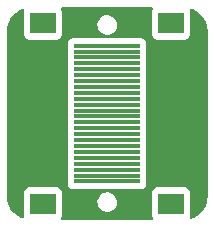
<source format=gbr>
%TF.GenerationSoftware,KiCad,Pcbnew,7.0.2*%
%TF.CreationDate,2023-08-17T13:15:17-07:00*%
%TF.ProjectId,Fpc24Coupler,46706332-3443-46f7-9570-6c65722e6b69,rev?*%
%TF.SameCoordinates,Original*%
%TF.FileFunction,Copper,L1,Top*%
%TF.FilePolarity,Positive*%
%FSLAX46Y46*%
G04 Gerber Fmt 4.6, Leading zero omitted, Abs format (unit mm)*
G04 Created by KiCad (PCBNEW 7.0.2) date 2023-08-17 13:15:17*
%MOMM*%
%LPD*%
G01*
G04 APERTURE LIST*
%TA.AperFunction,SMDPad,CuDef*%
%ADD10R,1.300000X0.300000*%
%TD*%
%TA.AperFunction,SMDPad,CuDef*%
%ADD11R,2.200000X1.800000*%
%TD*%
%TA.AperFunction,Conductor*%
%ADD12C,0.300000*%
%TD*%
G04 APERTURE END LIST*
D10*
%TO.P,J2,1,Pin_1*%
%TO.N,Net-(J1-Pad24)*%
X156650000Y-105750000D03*
%TO.P,J2,2,Pin_2*%
%TO.N,Net-(J1-Pad23)*%
X156650000Y-105250000D03*
%TO.P,J2,3,Pin_3*%
%TO.N,Net-(J1-Pad22)*%
X156650000Y-104750000D03*
%TO.P,J2,4,Pin_4*%
%TO.N,Net-(J1-Pad21)*%
X156650000Y-104250000D03*
%TO.P,J2,5,Pin_5*%
%TO.N,Net-(J1-Pad20)*%
X156650000Y-103750000D03*
%TO.P,J2,6,Pin_6*%
%TO.N,Net-(J1-Pad19)*%
X156650000Y-103250000D03*
%TO.P,J2,7,Pin_7*%
%TO.N,Net-(J1-Pad18)*%
X156650000Y-102750000D03*
%TO.P,J2,8,Pin_8*%
%TO.N,Net-(J1-Pad17)*%
X156650000Y-102250000D03*
%TO.P,J2,9,Pin_9*%
%TO.N,Net-(J1-Pad16)*%
X156650000Y-101750000D03*
%TO.P,J2,10,Pin_10*%
%TO.N,Net-(J1-Pad15)*%
X156650000Y-101250000D03*
%TO.P,J2,11,Pin_11*%
%TO.N,Net-(J1-Pad14)*%
X156650000Y-100750000D03*
%TO.P,J2,12,Pin_12*%
%TO.N,Net-(J1-Pad13)*%
X156650000Y-100250000D03*
%TO.P,J2,13,Pin_13*%
%TO.N,Net-(J1-Pad12)*%
X156650000Y-99750000D03*
%TO.P,J2,14,Pin_14*%
%TO.N,Net-(J1-Pad11)*%
X156650000Y-99250000D03*
%TO.P,J2,15,Pin_15*%
%TO.N,Net-(J1-Pad10)*%
X156650000Y-98750000D03*
%TO.P,J2,16,Pin_16*%
%TO.N,Net-(J1-Pad9)*%
X156650000Y-98250000D03*
%TO.P,J2,17,Pin_17*%
%TO.N,Net-(J1-Pad8)*%
X156650000Y-97750000D03*
%TO.P,J2,18,Pin_18*%
%TO.N,Net-(J1-Pad7)*%
X156650000Y-97250000D03*
%TO.P,J2,19,Pin_19*%
%TO.N,Net-(J1-Pad6)*%
X156650000Y-96750000D03*
%TO.P,J2,20,Pin_20*%
%TO.N,Net-(J1-Pad5)*%
X156650000Y-96250000D03*
%TO.P,J2,21,Pin_21*%
%TO.N,Net-(J1-Pad4)*%
X156650000Y-95750000D03*
%TO.P,J2,22,Pin_22*%
%TO.N,Net-(J1-Pad3)*%
X156650000Y-95250000D03*
%TO.P,J2,23,Pin_23*%
%TO.N,Net-(J1-Pad2)*%
X156650000Y-94750000D03*
%TO.P,J2,24,Pin_24*%
%TO.N,Net-(J1-Pad1)*%
X156650000Y-94250000D03*
D11*
%TO.P,J2,MP*%
%TO.N,N/C*%
X159900000Y-107650000D03*
X159900000Y-92350000D03*
%TD*%
D10*
%TO.P,J1,1,Pin_1*%
%TO.N,Net-(J1-Pad1)*%
X152300000Y-94250000D03*
%TO.P,J1,2,Pin_2*%
%TO.N,Net-(J1-Pad2)*%
X152300000Y-94750000D03*
%TO.P,J1,3,Pin_3*%
%TO.N,Net-(J1-Pad3)*%
X152300000Y-95250000D03*
%TO.P,J1,4,Pin_4*%
%TO.N,Net-(J1-Pad4)*%
X152300000Y-95750000D03*
%TO.P,J1,5,Pin_5*%
%TO.N,Net-(J1-Pad5)*%
X152300000Y-96250000D03*
%TO.P,J1,6,Pin_6*%
%TO.N,Net-(J1-Pad6)*%
X152300000Y-96750000D03*
%TO.P,J1,7,Pin_7*%
%TO.N,Net-(J1-Pad7)*%
X152300000Y-97250000D03*
%TO.P,J1,8,Pin_8*%
%TO.N,Net-(J1-Pad8)*%
X152300000Y-97750000D03*
%TO.P,J1,9,Pin_9*%
%TO.N,Net-(J1-Pad9)*%
X152300000Y-98250000D03*
%TO.P,J1,10,Pin_10*%
%TO.N,Net-(J1-Pad10)*%
X152300000Y-98750000D03*
%TO.P,J1,11,Pin_11*%
%TO.N,Net-(J1-Pad11)*%
X152300000Y-99250000D03*
%TO.P,J1,12,Pin_12*%
%TO.N,Net-(J1-Pad12)*%
X152300000Y-99750000D03*
%TO.P,J1,13,Pin_13*%
%TO.N,Net-(J1-Pad13)*%
X152300000Y-100250000D03*
%TO.P,J1,14,Pin_14*%
%TO.N,Net-(J1-Pad14)*%
X152300000Y-100750000D03*
%TO.P,J1,15,Pin_15*%
%TO.N,Net-(J1-Pad15)*%
X152300000Y-101250000D03*
%TO.P,J1,16,Pin_16*%
%TO.N,Net-(J1-Pad16)*%
X152300000Y-101750000D03*
%TO.P,J1,17,Pin_17*%
%TO.N,Net-(J1-Pad17)*%
X152300000Y-102250000D03*
%TO.P,J1,18,Pin_18*%
%TO.N,Net-(J1-Pad18)*%
X152300000Y-102750000D03*
%TO.P,J1,19,Pin_19*%
%TO.N,Net-(J1-Pad19)*%
X152300000Y-103250000D03*
%TO.P,J1,20,Pin_20*%
%TO.N,Net-(J1-Pad20)*%
X152300000Y-103750000D03*
%TO.P,J1,21,Pin_21*%
%TO.N,Net-(J1-Pad21)*%
X152300000Y-104250000D03*
%TO.P,J1,22,Pin_22*%
%TO.N,Net-(J1-Pad22)*%
X152300000Y-104750000D03*
%TO.P,J1,23,Pin_23*%
%TO.N,Net-(J1-Pad23)*%
X152300000Y-105250000D03*
%TO.P,J1,24,Pin_24*%
%TO.N,Net-(J1-Pad24)*%
X152300000Y-105750000D03*
D11*
%TO.P,J1,MP*%
%TO.N,N/C*%
X149050000Y-107650000D03*
X149050000Y-92350000D03*
%TD*%
D12*
%TO.N,Net-(J1-Pad1)*%
X152800000Y-94250000D02*
X156150000Y-94250000D01*
%TO.N,Net-(J1-Pad2)*%
X156150000Y-94750000D02*
X152800000Y-94750000D01*
%TO.N,Net-(J1-Pad3)*%
X152800000Y-95250000D02*
X156150000Y-95250000D01*
%TO.N,Net-(J1-Pad4)*%
X152800000Y-95750000D02*
X156150000Y-95750000D01*
%TO.N,Net-(J1-Pad5)*%
X156150000Y-96250000D02*
X152800000Y-96250000D01*
%TO.N,Net-(J1-Pad6)*%
X152800000Y-96750000D02*
X156150000Y-96750000D01*
%TO.N,Net-(J1-Pad7)*%
X156150000Y-97250000D02*
X152800000Y-97250000D01*
%TO.N,Net-(J1-Pad8)*%
X152800000Y-97750000D02*
X156150000Y-97750000D01*
%TO.N,Net-(J1-Pad9)*%
X156150000Y-98250000D02*
X152800000Y-98250000D01*
%TO.N,Net-(J1-Pad10)*%
X152800000Y-98750000D02*
X156150000Y-98750000D01*
%TO.N,Net-(J1-Pad11)*%
X156150000Y-99250000D02*
X152800000Y-99250000D01*
%TO.N,Net-(J1-Pad12)*%
X152800000Y-99750000D02*
X156150000Y-99750000D01*
%TO.N,Net-(J1-Pad13)*%
X156150000Y-100250000D02*
X152800000Y-100250000D01*
%TO.N,Net-(J1-Pad14)*%
X152800000Y-100750000D02*
X156150000Y-100750000D01*
%TO.N,Net-(J1-Pad15)*%
X156150000Y-101250000D02*
X152800000Y-101250000D01*
%TO.N,Net-(J1-Pad16)*%
X152800000Y-101750000D02*
X156150000Y-101750000D01*
%TO.N,Net-(J1-Pad17)*%
X156150000Y-102250000D02*
X152800000Y-102250000D01*
%TO.N,Net-(J1-Pad18)*%
X152800000Y-102750000D02*
X156150000Y-102750000D01*
%TO.N,Net-(J1-Pad19)*%
X152800000Y-103250000D02*
X156150000Y-103250000D01*
%TO.N,Net-(J1-Pad20)*%
X156150000Y-103750000D02*
X152800000Y-103750000D01*
%TO.N,Net-(J1-Pad21)*%
X152800000Y-104250000D02*
X156150000Y-104250000D01*
%TO.N,Net-(J1-Pad22)*%
X156150000Y-104750000D02*
X152800000Y-104750000D01*
%TO.N,Net-(J1-Pad23)*%
X152800000Y-105250000D02*
X156150000Y-105250000D01*
%TO.N,Net-(J1-Pad24)*%
X156150000Y-105750000D02*
X152800000Y-105750000D01*
%TD*%
%TA.AperFunction,NonConductor*%
G36*
X158317701Y-91020502D02*
G01*
X158364194Y-91074158D01*
X158374298Y-91144432D01*
X158350448Y-91202010D01*
X158349110Y-91203796D01*
X158325021Y-91268382D01*
X158298011Y-91340799D01*
X158291500Y-91401362D01*
X158291500Y-93298638D01*
X158291860Y-93301986D01*
X158298011Y-93359200D01*
X158349111Y-93496205D01*
X158436738Y-93613261D01*
X158553794Y-93700888D01*
X158553795Y-93700888D01*
X158553796Y-93700889D01*
X158690799Y-93751989D01*
X158751362Y-93758500D01*
X158754731Y-93758500D01*
X161045269Y-93758500D01*
X161048638Y-93758500D01*
X161109201Y-93751989D01*
X161246204Y-93700889D01*
X161363261Y-93613261D01*
X161450889Y-93496204D01*
X161501989Y-93359201D01*
X161508500Y-93298638D01*
X161508500Y-91401362D01*
X161501989Y-91340799D01*
X161476249Y-91271790D01*
X161471185Y-91200977D01*
X161505210Y-91138665D01*
X161567523Y-91104640D01*
X161634801Y-91108446D01*
X161657716Y-91116225D01*
X161661067Y-91117417D01*
X161788725Y-91165031D01*
X161800384Y-91170065D01*
X161905192Y-91221751D01*
X161910600Y-91224418D01*
X161915254Y-91226835D01*
X162032421Y-91290812D01*
X162041994Y-91296608D01*
X162145238Y-91365594D01*
X162150724Y-91369477D01*
X162256668Y-91448786D01*
X162264216Y-91454906D01*
X162357936Y-91537097D01*
X162363953Y-91542733D01*
X162457265Y-91636045D01*
X162462901Y-91642062D01*
X162545092Y-91735782D01*
X162551218Y-91743337D01*
X162605338Y-91815633D01*
X162630519Y-91849271D01*
X162634415Y-91854776D01*
X162703382Y-91957993D01*
X162709196Y-91967595D01*
X162773162Y-92084742D01*
X162775580Y-92089398D01*
X162829925Y-92199597D01*
X162834975Y-92211293D01*
X162882549Y-92338843D01*
X162883794Y-92342342D01*
X162922434Y-92456170D01*
X162926240Y-92469881D01*
X162956847Y-92610580D01*
X162979203Y-92722970D01*
X162981299Y-92738541D01*
X162994017Y-92916351D01*
X162999230Y-92995882D01*
X162999500Y-93004120D01*
X162999500Y-106995878D01*
X162999230Y-107004119D01*
X162994017Y-107083648D01*
X162981300Y-107261448D01*
X162979200Y-107277037D01*
X162956847Y-107389418D01*
X162926238Y-107530127D01*
X162922434Y-107543827D01*
X162883806Y-107657623D01*
X162882549Y-107661155D01*
X162834975Y-107788705D01*
X162829925Y-107800401D01*
X162775580Y-107910600D01*
X162773162Y-107915256D01*
X162709196Y-108032403D01*
X162703373Y-108042021D01*
X162634415Y-108145222D01*
X162630519Y-108150727D01*
X162551230Y-108256646D01*
X162545092Y-108264216D01*
X162462901Y-108357936D01*
X162457265Y-108363953D01*
X162363953Y-108457265D01*
X162357936Y-108462901D01*
X162264216Y-108545092D01*
X162256646Y-108551230D01*
X162150727Y-108630519D01*
X162145222Y-108634415D01*
X162042021Y-108703373D01*
X162032403Y-108709196D01*
X161915256Y-108773162D01*
X161910600Y-108775580D01*
X161800401Y-108829925D01*
X161788705Y-108834975D01*
X161661155Y-108882549D01*
X161657620Y-108883807D01*
X161634805Y-108891551D01*
X161563870Y-108894506D01*
X161502599Y-108858640D01*
X161470444Y-108795343D01*
X161476250Y-108728207D01*
X161501989Y-108659201D01*
X161508500Y-108598638D01*
X161508500Y-106701362D01*
X161501989Y-106640799D01*
X161450889Y-106503796D01*
X161450888Y-106503794D01*
X161363261Y-106386738D01*
X161246205Y-106299111D01*
X161150087Y-106263261D01*
X161109201Y-106248011D01*
X161048638Y-106241500D01*
X158751362Y-106241500D01*
X158748013Y-106241859D01*
X158748013Y-106241860D01*
X158690799Y-106248011D01*
X158553794Y-106299111D01*
X158436738Y-106386738D01*
X158349111Y-106503794D01*
X158298011Y-106640799D01*
X158291500Y-106701362D01*
X158291500Y-108598638D01*
X158298011Y-108659201D01*
X158316001Y-108707433D01*
X158349110Y-108796203D01*
X158350448Y-108797990D01*
X158375259Y-108864510D01*
X158360168Y-108933884D01*
X158309966Y-108984087D01*
X158249580Y-108999500D01*
X150700420Y-108999500D01*
X150632299Y-108979498D01*
X150585806Y-108925842D01*
X150575702Y-108855568D01*
X150599552Y-108797990D01*
X150600889Y-108796204D01*
X150651989Y-108659201D01*
X150658500Y-108598638D01*
X150658500Y-107454990D01*
X153669844Y-107454990D01*
X153679578Y-107634501D01*
X153727672Y-107807721D01*
X153811881Y-107966557D01*
X153928263Y-108103573D01*
X154071382Y-108212369D01*
X154234541Y-108287854D01*
X154410112Y-108326500D01*
X154410113Y-108326500D01*
X154541401Y-108326500D01*
X154544816Y-108326500D01*
X154678721Y-108311937D01*
X154820353Y-108264216D01*
X154849083Y-108254536D01*
X154849085Y-108254535D01*
X155003126Y-108161851D01*
X155133642Y-108038220D01*
X155234529Y-107889423D01*
X155301070Y-107722416D01*
X155330155Y-107545010D01*
X155320422Y-107365499D01*
X155272327Y-107192277D01*
X155188119Y-107033444D01*
X155188118Y-107033442D01*
X155071736Y-106896426D01*
X154928617Y-106787630D01*
X154765458Y-106712145D01*
X154589888Y-106673500D01*
X154589887Y-106673500D01*
X154455184Y-106673500D01*
X154451799Y-106673868D01*
X154451783Y-106673869D01*
X154321279Y-106688062D01*
X154150916Y-106745463D01*
X153996874Y-106838148D01*
X153866356Y-106961781D01*
X153765470Y-107110577D01*
X153698930Y-107277583D01*
X153669844Y-107454990D01*
X150658500Y-107454990D01*
X150658500Y-106701362D01*
X150651989Y-106640799D01*
X150600889Y-106503796D01*
X150600888Y-106503794D01*
X150513261Y-106386738D01*
X150396205Y-106299111D01*
X150300087Y-106263261D01*
X150259201Y-106248011D01*
X150198638Y-106241500D01*
X147901362Y-106241500D01*
X147898013Y-106241859D01*
X147898013Y-106241860D01*
X147840799Y-106248011D01*
X147703794Y-106299111D01*
X147586738Y-106386738D01*
X147499111Y-106503794D01*
X147448011Y-106640799D01*
X147441500Y-106701362D01*
X147441500Y-108598638D01*
X147441860Y-108601986D01*
X147448011Y-108659202D01*
X147466000Y-108707433D01*
X147471064Y-108778249D01*
X147437038Y-108840560D01*
X147374726Y-108874585D01*
X147303911Y-108869520D01*
X147211294Y-108834975D01*
X147199597Y-108829925D01*
X147089398Y-108775580D01*
X147084742Y-108773162D01*
X146967595Y-108709196D01*
X146957993Y-108703382D01*
X146854776Y-108634415D01*
X146849271Y-108630519D01*
X146802182Y-108595269D01*
X146743337Y-108551218D01*
X146735782Y-108545092D01*
X146642062Y-108462901D01*
X146636045Y-108457265D01*
X146542733Y-108363953D01*
X146537097Y-108357936D01*
X146454906Y-108264216D01*
X146448786Y-108256668D01*
X146369477Y-108150724D01*
X146365594Y-108145238D01*
X146296608Y-108041994D01*
X146290812Y-108032421D01*
X146226835Y-107915254D01*
X146224418Y-107910600D01*
X146170065Y-107800384D01*
X146165031Y-107788725D01*
X146117417Y-107661067D01*
X146116232Y-107657737D01*
X146077557Y-107543806D01*
X146073764Y-107530138D01*
X146043161Y-107389462D01*
X146020790Y-107276999D01*
X146018700Y-107261467D01*
X146005988Y-107083743D01*
X146000770Y-107004118D01*
X146000500Y-106995881D01*
X146000500Y-105948638D01*
X151141500Y-105948638D01*
X151141860Y-105951986D01*
X151148011Y-106009200D01*
X151199111Y-106146205D01*
X151286738Y-106263261D01*
X151403794Y-106350888D01*
X151403795Y-106350888D01*
X151403796Y-106350889D01*
X151540799Y-106401989D01*
X151601362Y-106408500D01*
X151604731Y-106408500D01*
X157345269Y-106408500D01*
X157348638Y-106408500D01*
X157409201Y-106401989D01*
X157546204Y-106350889D01*
X157663261Y-106263261D01*
X157750889Y-106146204D01*
X157801989Y-106009201D01*
X157808500Y-105948638D01*
X157808500Y-105551362D01*
X157804426Y-105513465D01*
X157804426Y-105486531D01*
X157808500Y-105448638D01*
X157808500Y-105051362D01*
X157804426Y-105013463D01*
X157804426Y-104986530D01*
X157808140Y-104951986D01*
X157808139Y-104951986D01*
X157808500Y-104948638D01*
X157808500Y-104551362D01*
X157804426Y-104513465D01*
X157804426Y-104486531D01*
X157808500Y-104448638D01*
X157808500Y-104051362D01*
X157804426Y-104013465D01*
X157804426Y-103986531D01*
X157808500Y-103948638D01*
X157808500Y-103551362D01*
X157804426Y-103513465D01*
X157804426Y-103486531D01*
X157808500Y-103448638D01*
X157808500Y-103051362D01*
X157804426Y-103013463D01*
X157804426Y-102986530D01*
X157808140Y-102951986D01*
X157808139Y-102951986D01*
X157808500Y-102948638D01*
X157808500Y-102551362D01*
X157804426Y-102513465D01*
X157804426Y-102486531D01*
X157808500Y-102448638D01*
X157808500Y-102051362D01*
X157804426Y-102013465D01*
X157804426Y-101986531D01*
X157808500Y-101948638D01*
X157808500Y-101551362D01*
X157804426Y-101513465D01*
X157804426Y-101486531D01*
X157808500Y-101448638D01*
X157808500Y-101051362D01*
X157804426Y-101013463D01*
X157804426Y-100986530D01*
X157808140Y-100951986D01*
X157808139Y-100951986D01*
X157808500Y-100948638D01*
X157808500Y-100551362D01*
X157804426Y-100513465D01*
X157804426Y-100486531D01*
X157808500Y-100448638D01*
X157808500Y-100051362D01*
X157804426Y-100013465D01*
X157804426Y-99986531D01*
X157808500Y-99948638D01*
X157808500Y-99551362D01*
X157804426Y-99513465D01*
X157804426Y-99486531D01*
X157808500Y-99448638D01*
X157808500Y-99051362D01*
X157804426Y-99013463D01*
X157804426Y-98986530D01*
X157808140Y-98951986D01*
X157808139Y-98951986D01*
X157808500Y-98948638D01*
X157808500Y-98551362D01*
X157804426Y-98513465D01*
X157804426Y-98486531D01*
X157808500Y-98448638D01*
X157808500Y-98051362D01*
X157804426Y-98013465D01*
X157804426Y-97986531D01*
X157808500Y-97948638D01*
X157808500Y-97551362D01*
X157804426Y-97513465D01*
X157804426Y-97486531D01*
X157808500Y-97448638D01*
X157808500Y-97051362D01*
X157804426Y-97013463D01*
X157804426Y-96986530D01*
X157808140Y-96951986D01*
X157808139Y-96951986D01*
X157808500Y-96948638D01*
X157808500Y-96551362D01*
X157804426Y-96513465D01*
X157804426Y-96486531D01*
X157808500Y-96448638D01*
X157808500Y-96051362D01*
X157804426Y-96013465D01*
X157804426Y-95986531D01*
X157808500Y-95948638D01*
X157808500Y-95551362D01*
X157804426Y-95513465D01*
X157804426Y-95486531D01*
X157808500Y-95448638D01*
X157808500Y-95051362D01*
X157804426Y-95013463D01*
X157804426Y-94986530D01*
X157808140Y-94951986D01*
X157808139Y-94951986D01*
X157808500Y-94948638D01*
X157808500Y-94551362D01*
X157804426Y-94513465D01*
X157804426Y-94486531D01*
X157808500Y-94448638D01*
X157808500Y-94051362D01*
X157801989Y-93990799D01*
X157750889Y-93853796D01*
X157750888Y-93853794D01*
X157663261Y-93736738D01*
X157546205Y-93649111D01*
X157450087Y-93613261D01*
X157409201Y-93598011D01*
X157348638Y-93591500D01*
X156233188Y-93591500D01*
X152998638Y-93591500D01*
X151601362Y-93591500D01*
X151598013Y-93591859D01*
X151598013Y-93591860D01*
X151540799Y-93598011D01*
X151403794Y-93649111D01*
X151286738Y-93736738D01*
X151199111Y-93853794D01*
X151148010Y-93990798D01*
X151148011Y-93990799D01*
X151141500Y-94051362D01*
X151141500Y-94448638D01*
X151141859Y-94451980D01*
X151141860Y-94451994D01*
X151145573Y-94486535D01*
X151145573Y-94513465D01*
X151141860Y-94548005D01*
X151141860Y-94548013D01*
X151141500Y-94551362D01*
X151141500Y-94948638D01*
X151141859Y-94951980D01*
X151141860Y-94951994D01*
X151145573Y-94986534D01*
X151145573Y-95013460D01*
X151141500Y-95051362D01*
X151141500Y-95448638D01*
X151141859Y-95451980D01*
X151141860Y-95451994D01*
X151145573Y-95486535D01*
X151145573Y-95513465D01*
X151141860Y-95548005D01*
X151141860Y-95548013D01*
X151141500Y-95551362D01*
X151141500Y-95948638D01*
X151141859Y-95951980D01*
X151141860Y-95951994D01*
X151145573Y-95986535D01*
X151145573Y-96013465D01*
X151141860Y-96048005D01*
X151141860Y-96048013D01*
X151141500Y-96051362D01*
X151141500Y-96448638D01*
X151141859Y-96451980D01*
X151141860Y-96451994D01*
X151145573Y-96486535D01*
X151145573Y-96513465D01*
X151141860Y-96548005D01*
X151141860Y-96548013D01*
X151141500Y-96551362D01*
X151141500Y-96948638D01*
X151141859Y-96951980D01*
X151141860Y-96951994D01*
X151145573Y-96986534D01*
X151145573Y-97013460D01*
X151141500Y-97051362D01*
X151141500Y-97448638D01*
X151141859Y-97451980D01*
X151141860Y-97451994D01*
X151145573Y-97486535D01*
X151145573Y-97513465D01*
X151141860Y-97548005D01*
X151141860Y-97548013D01*
X151141500Y-97551362D01*
X151141500Y-97948638D01*
X151141859Y-97951980D01*
X151141860Y-97951994D01*
X151145573Y-97986535D01*
X151145573Y-98013465D01*
X151141860Y-98048005D01*
X151141860Y-98048013D01*
X151141500Y-98051362D01*
X151141500Y-98448638D01*
X151141859Y-98451980D01*
X151141860Y-98451994D01*
X151145573Y-98486535D01*
X151145573Y-98513465D01*
X151141860Y-98548005D01*
X151141860Y-98548013D01*
X151141500Y-98551362D01*
X151141500Y-98948638D01*
X151141859Y-98951980D01*
X151141860Y-98951994D01*
X151145573Y-98986534D01*
X151145573Y-99013460D01*
X151141500Y-99051362D01*
X151141500Y-99448638D01*
X151141859Y-99451980D01*
X151141860Y-99451994D01*
X151145573Y-99486535D01*
X151145573Y-99513465D01*
X151141860Y-99548005D01*
X151141860Y-99548013D01*
X151141500Y-99551362D01*
X151141500Y-99948638D01*
X151141859Y-99951980D01*
X151141860Y-99951994D01*
X151145573Y-99986535D01*
X151145573Y-100013465D01*
X151141860Y-100048005D01*
X151141860Y-100048013D01*
X151141500Y-100051362D01*
X151141500Y-100448638D01*
X151141859Y-100451980D01*
X151141860Y-100451994D01*
X151145573Y-100486535D01*
X151145573Y-100513465D01*
X151141860Y-100548005D01*
X151141860Y-100548013D01*
X151141500Y-100551362D01*
X151141500Y-100948638D01*
X151141859Y-100951980D01*
X151141860Y-100951994D01*
X151145573Y-100986534D01*
X151145573Y-101013460D01*
X151141500Y-101051362D01*
X151141500Y-101448638D01*
X151141859Y-101451980D01*
X151141860Y-101451994D01*
X151145573Y-101486535D01*
X151145573Y-101513465D01*
X151141860Y-101548005D01*
X151141860Y-101548013D01*
X151141500Y-101551362D01*
X151141500Y-101948638D01*
X151141859Y-101951980D01*
X151141860Y-101951994D01*
X151145573Y-101986535D01*
X151145573Y-102013465D01*
X151141860Y-102048005D01*
X151141860Y-102048013D01*
X151141500Y-102051362D01*
X151141500Y-102448638D01*
X151141859Y-102451980D01*
X151141860Y-102451994D01*
X151145573Y-102486535D01*
X151145573Y-102513465D01*
X151141860Y-102548005D01*
X151141860Y-102548013D01*
X151141500Y-102551362D01*
X151141500Y-102948638D01*
X151141859Y-102951980D01*
X151141860Y-102951994D01*
X151145573Y-102986534D01*
X151145573Y-103013460D01*
X151141500Y-103051362D01*
X151141500Y-103448638D01*
X151141859Y-103451980D01*
X151141860Y-103451994D01*
X151145573Y-103486535D01*
X151145573Y-103513465D01*
X151141860Y-103548005D01*
X151141860Y-103548013D01*
X151141500Y-103551362D01*
X151141500Y-103948638D01*
X151141859Y-103951980D01*
X151141860Y-103951994D01*
X151145573Y-103986535D01*
X151145573Y-104013465D01*
X151141860Y-104048005D01*
X151141860Y-104048013D01*
X151141500Y-104051362D01*
X151141500Y-104448638D01*
X151141859Y-104451980D01*
X151141860Y-104451994D01*
X151145573Y-104486535D01*
X151145573Y-104513465D01*
X151141860Y-104548005D01*
X151141860Y-104548013D01*
X151141500Y-104551362D01*
X151141500Y-104948638D01*
X151141859Y-104951980D01*
X151141860Y-104951994D01*
X151145573Y-104986534D01*
X151145573Y-105013460D01*
X151141500Y-105051362D01*
X151141500Y-105448638D01*
X151141859Y-105451980D01*
X151141860Y-105451994D01*
X151145573Y-105486535D01*
X151145573Y-105513465D01*
X151141860Y-105548005D01*
X151141860Y-105548013D01*
X151141500Y-105551362D01*
X151141500Y-105948638D01*
X146000500Y-105948638D01*
X146000500Y-93004120D01*
X146000770Y-92995880D01*
X146005991Y-92916208D01*
X146018700Y-92738534D01*
X146020797Y-92722970D01*
X146043163Y-92610523D01*
X146073769Y-92469839D01*
X146077557Y-92456194D01*
X146116240Y-92342240D01*
X146117402Y-92338973D01*
X146165037Y-92211260D01*
X146170058Y-92199629D01*
X146224440Y-92089355D01*
X146226814Y-92084784D01*
X146290824Y-91967558D01*
X146296595Y-91958025D01*
X146365618Y-91854725D01*
X146369451Y-91849309D01*
X146448805Y-91743305D01*
X146454883Y-91735809D01*
X146537110Y-91642047D01*
X146542703Y-91636076D01*
X146636076Y-91542703D01*
X146642047Y-91537110D01*
X146735809Y-91454883D01*
X146743305Y-91448805D01*
X146849309Y-91369451D01*
X146854725Y-91365618D01*
X146958025Y-91296595D01*
X146967558Y-91290824D01*
X147084784Y-91226814D01*
X147089355Y-91224440D01*
X147199629Y-91170058D01*
X147211267Y-91165034D01*
X147303917Y-91130477D01*
X147374728Y-91125414D01*
X147437041Y-91159439D01*
X147471066Y-91221751D01*
X147466000Y-91292566D01*
X147448011Y-91340799D01*
X147441500Y-91401362D01*
X147441500Y-93298638D01*
X147441860Y-93301986D01*
X147448011Y-93359200D01*
X147499111Y-93496205D01*
X147586738Y-93613261D01*
X147703794Y-93700888D01*
X147703795Y-93700888D01*
X147703796Y-93700889D01*
X147840799Y-93751989D01*
X147901362Y-93758500D01*
X147904731Y-93758500D01*
X150195269Y-93758500D01*
X150198638Y-93758500D01*
X150259201Y-93751989D01*
X150396204Y-93700889D01*
X150513261Y-93613261D01*
X150600889Y-93496204D01*
X150651989Y-93359201D01*
X150658500Y-93298638D01*
X150658500Y-92454990D01*
X153669844Y-92454990D01*
X153679578Y-92634501D01*
X153727672Y-92807721D01*
X153811881Y-92966557D01*
X153928263Y-93103573D01*
X154071382Y-93212369D01*
X154234541Y-93287854D01*
X154410112Y-93326500D01*
X154410113Y-93326500D01*
X154541401Y-93326500D01*
X154544816Y-93326500D01*
X154678721Y-93311937D01*
X154765290Y-93282768D01*
X154849083Y-93254536D01*
X154849085Y-93254535D01*
X155003126Y-93161851D01*
X155133642Y-93038220D01*
X155234529Y-92889423D01*
X155301070Y-92722416D01*
X155330155Y-92545010D01*
X155320422Y-92365499D01*
X155272327Y-92192277D01*
X155188119Y-92033444D01*
X155188118Y-92033442D01*
X155071736Y-91896426D01*
X154928617Y-91787630D01*
X154765458Y-91712145D01*
X154589888Y-91673500D01*
X154589887Y-91673500D01*
X154455184Y-91673500D01*
X154451799Y-91673868D01*
X154451783Y-91673869D01*
X154321279Y-91688062D01*
X154150916Y-91745463D01*
X153996874Y-91838148D01*
X153866356Y-91961781D01*
X153765470Y-92110577D01*
X153698930Y-92277583D01*
X153669844Y-92454990D01*
X150658500Y-92454990D01*
X150658500Y-91401362D01*
X150651989Y-91340799D01*
X150600889Y-91203796D01*
X150599551Y-91202009D01*
X150574741Y-91135490D01*
X150589832Y-91066116D01*
X150640034Y-91015913D01*
X150700420Y-91000500D01*
X158249580Y-91000500D01*
X158317701Y-91020502D01*
G37*
%TD.AperFunction*%
M02*

</source>
